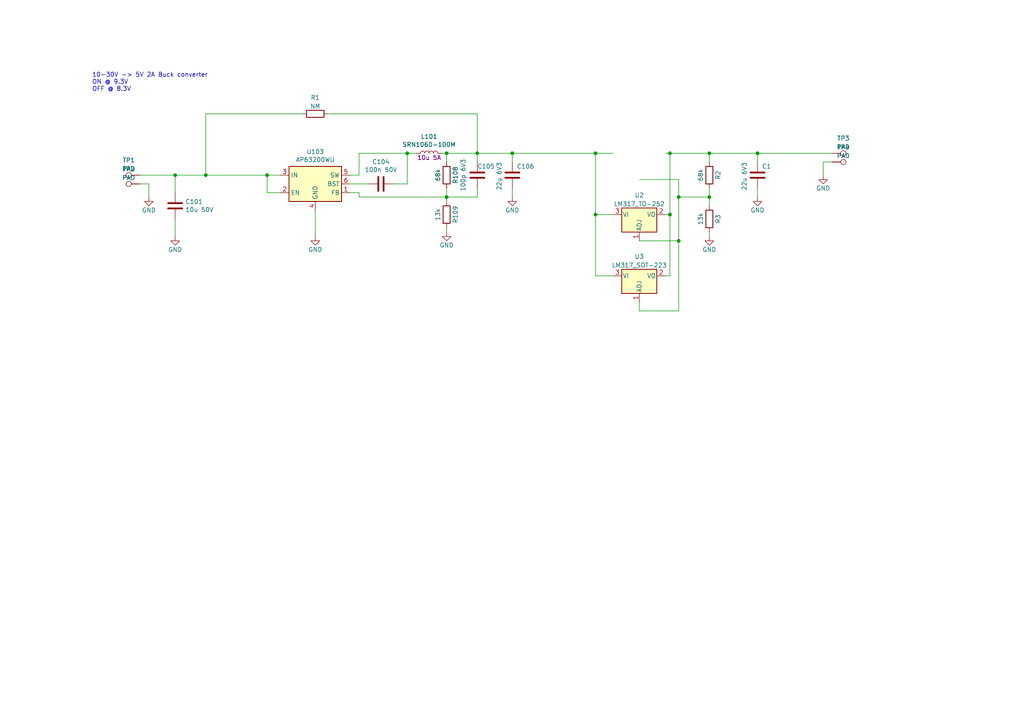
<source format=kicad_sch>
(kicad_sch (version 20211123) (generator eeschema)
  (paper "A4")
  (lib_symbols
    (symbol "Connector:TestPoint" (pin_numbers hide) (pin_names (offset 0.762) hide)
      (property "Reference" "TP" (at 0 6.858 0))
      (property "Value" "TestPoint" (at 0 5.08 0))
      (symbol "TestPoint_0_1"
        (circle (center 0 3.302) (radius 0.762))
      )
      (symbol "TestPoint_1_1"
        (pin passive line (at 0 0 90) (length 2.54) (name "1") (number "1"))
      )
    )
    (symbol "Device:C" (pin_numbers hide) (pin_names (offset 0.254))
      (property "Reference" "C" (at 0.635 2.54 0))
      (property "Value" "C" (at 0.635 -2.54 0))
      (symbol "C_0_1"
        (polyline (pts (xy -2.032 -0.762) (xy 2.032 -0.762)) (stroke (width 0.508)))
        (polyline (pts (xy -2.032 0.762) (xy 2.032 0.762)) (stroke (width 0.508)))
      )
      (symbol "C_1_1"
        (pin passive line (at 0 3.81 270) (length 2.794) (name "~") (number "1"))
        (pin passive line (at 0 -3.81 90) (length 2.794) (name "~") (number "2"))
      )
    )
    (symbol "Device:L" (pin_numbers hide) (pin_names (offset 1.016) hide)
      (property "Reference" "L" (at -1.27 0 90))
      (property "Value" "L" (at 1.905 0 90))
      (symbol "L_0_1"
        (arc (start 0 -2.54) (mid 0.635 -1.905) (end 0 -1.27))
        (arc (start 0 -1.27) (mid 0.635 -0.635) (end 0 0))
        (arc (start 0 0) (mid 0.635 0.635) (end 0 1.27))
        (arc (start 0 1.27) (mid 0.635 1.905) (end 0 2.54))
      )
      (symbol "L_1_1"
        (pin passive line (at 0 3.81 270) (length 1.27) (name "1") (number "1"))
        (pin passive line (at 0 -3.81 90) (length 1.27) (name "2") (number "2"))
      )
    )
    (symbol "Device:R" (pin_numbers hide) (pin_names (offset 0))
      (property "Reference" "R" (at 2.032 0 90))
      (property "Value" "R" (at 0 0 90))
      (symbol "R_0_1"
        (rectangle (start -1.016 -2.54) (end 1.016 2.54) (stroke (width 0.254)))
      )
      (symbol "R_1_1"
        (pin passive line (at 0 3.81 270) (length 1.27) (name "~") (number "1"))
        (pin passive line (at 0 -3.81 90) (length 1.27) (name "~") (number "2"))
      )
    )
    (symbol "Regulator_Linear:LM317_SOT-223" (pin_names (offset 0.254))
      (property "Reference" "U" (at -3.81 3.175 0))
      (property "Value" "LM317_SOT-223" (at 0 3.175 0))
      (symbol "LM317_SOT-223_0_1"
        (rectangle (start -5.08 1.905) (end 5.08 -5.08) (stroke (width 0.254)) (fill (type background)))
      )
      (symbol "LM317_SOT-223_1_1"
        (pin input line (at 0 -7.62 90) (length 2.54) (name "ADJ") (number "1"))
        (pin power_out line (at 7.62 0 180) (length 2.54) (name "VO") (number "2"))
        (pin power_in line (at -7.62 0 0) (length 2.54) (name "VI") (number "3"))
      )
    )
    (symbol "Regulator_Linear:LM317_TO-252" (pin_names (offset 0.254))
      (property "Reference" "U" (at -3.81 3.175 0))
      (property "Value" "LM317_TO-252" (at 0 3.175 0))
      (symbol "LM317_TO-252_0_1"
        (rectangle (start -5.08 1.905) (end 5.08 -5.08) (stroke (width 0.254)) (fill (type background)))
      )
      (symbol "LM317_TO-252_1_1"
        (pin input line (at 0 -7.62 90) (length 2.54) (name "ADJ") (number "1"))
        (pin power_out line (at 7.62 0 180) (length 2.54) (name "VO") (number "2"))
        (pin power_in line (at -7.62 0 0) (length 2.54) (name "VI") (number "3"))
      )
    )
    (symbol "Regulator_Switching:AP63200WU"
      (property "Reference" "U" (at -7.62 6.35 0))
      (property "Value" "AP63200WU" (at 2.54 6.35 0))
      (symbol "AP63200WU_0_1"
        (rectangle (start -7.62 5.08) (end 7.62 -5.08) (stroke (width 0.254)) (fill (type background)))
      )
      (symbol "AP63200WU_1_1"
        (pin input line (at 10.16 -2.54 180) (length 2.54) (name "FB") (number "1"))
        (pin input line (at -10.16 -2.54 0) (length 2.54) (name "EN") (number "2"))
        (pin power_in line (at -10.16 2.54 0) (length 2.54) (name "IN") (number "3"))
        (pin power_in line (at 0 -7.62 90) (length 2.54) (name "GND") (number "4"))
        (pin output line (at 10.16 2.54 180) (length 2.54) (name "SW") (number "5"))
        (pin passive line (at 10.16 0 180) (length 2.54) (name "BST") (number "6"))
      )
    )
    (symbol "power:GND" (power) (pin_names (offset 0))
      (property "Value" "GND" (at 0 -3.81 0))
      (symbol "GND_0_1"
        (polyline (pts (xy 0 0) (xy 0 -1.27) (xy 1.27 -1.27) (xy 0 -2.54) (xy -1.27 -1.27) (xy 0 -1.27)))
      )
      (symbol "GND_1_1"
        (pin power_in line (at 0 0 270) (length 0) hide (name "GND") (number "1"))
      )
    )
  )
  (junction (at 50.8 50.8))
  (junction (at 129.54 44.45))
  (junction (at 172.72 62.23))
  (junction (at 196.85 57.15))
  (junction (at 194.31 62.23))
  (junction (at 129.54 57.15))
  (junction (at 194.31 44.45))
  (junction (at 196.85 69.85))
  (junction (at 77.47 50.8))
  (junction (at 148.59 44.45))
  (junction (at 205.74 57.15))
  (junction (at 172.72 44.45))
  (junction (at 138.43 44.45))
  (junction (at 205.74 44.45))
  (junction (at 219.71 44.45))
  (junction (at 118.11 44.45))
  (junction (at 59.69 50.8))
  (wire (pts (xy 106.68 53.34) (xy 101.6 53.34)))
  (wire (pts (xy 104.14 55.88) (xy 104.14 57.15)))
  (wire (pts (xy 118.11 53.34) (xy 114.3 53.34)))
  (wire (pts (xy 193.04 80.01) (xy 194.31 80.01)))
  (wire (pts (xy 205.74 68.58) (xy 205.74 67.31)))
  (wire (pts (xy 59.69 50.8) (xy 77.47 50.8)))
  (wire (pts (xy 50.8 50.8) (xy 59.69 50.8)))
  (wire (pts (xy 120.65 44.45) (xy 118.11 44.45)))
  (wire (pts (xy 241.3 46.99) (xy 238.76 46.99)))
  (wire (pts (xy 185.42 69.85) (xy 196.85 69.85)))
  (wire (pts (xy 177.8 62.23) (xy 172.72 62.23)))
  (wire (pts (xy 196.85 69.85) (xy 196.85 90.17)))
  (wire (pts (xy 104.14 50.8) (xy 104.14 44.45)))
  (wire (pts (xy 193.04 44.45) (xy 194.31 44.45)))
  (wire (pts (xy 196.85 90.17) (xy 185.42 90.17)))
  (wire (pts (xy 59.69 33.02) (xy 59.69 50.8)))
  (wire (pts (xy 148.59 44.45) (xy 172.72 44.45)))
  (wire (pts (xy 196.85 57.15) (xy 196.85 69.85)))
  (wire (pts (xy 40.64 50.8) (xy 50.8 50.8)))
  (wire (pts (xy 138.43 33.02) (xy 138.43 44.45)))
  (wire (pts (xy 219.71 44.45) (xy 241.3 44.45)))
  (wire (pts (xy 193.04 62.23) (xy 194.31 62.23)))
  (wire (pts (xy 81.28 55.88) (xy 77.47 55.88)))
  (wire (pts (xy 104.14 57.15) (xy 129.54 57.15)))
  (wire (pts (xy 95.25 33.02) (xy 138.43 33.02)))
  (wire (pts (xy 40.64 53.34) (xy 43.18 53.34)))
  (wire (pts (xy 43.18 53.34) (xy 43.18 57.15)))
  (wire (pts (xy 129.54 67.31) (xy 129.54 66.04)))
  (wire (pts (xy 148.59 57.15) (xy 148.59 54.61)))
  (wire (pts (xy 138.43 57.15) (xy 129.54 57.15)))
  (wire (pts (xy 104.14 55.88) (xy 101.6 55.88)))
  (wire (pts (xy 129.54 58.42) (xy 129.54 57.15)))
  (wire (pts (xy 129.54 46.99) (xy 129.54 44.45)))
  (wire (pts (xy 219.71 44.45) (xy 219.71 46.99)))
  (wire (pts (xy 177.8 80.01) (xy 172.72 80.01)))
  (wire (pts (xy 205.74 44.45) (xy 219.71 44.45)))
  (wire (pts (xy 87.63 33.02) (xy 59.69 33.02)))
  (wire (pts (xy 138.43 44.45) (xy 138.43 46.99)))
  (wire (pts (xy 238.76 46.99) (xy 238.76 50.8)))
  (wire (pts (xy 104.14 44.45) (xy 118.11 44.45)))
  (wire (pts (xy 77.47 55.88) (xy 77.47 50.8)))
  (wire (pts (xy 205.74 57.15) (xy 205.74 59.69)))
  (wire (pts (xy 91.44 60.96) (xy 91.44 68.58)))
  (wire (pts (xy 148.59 44.45) (xy 148.59 46.99)))
  (wire (pts (xy 50.8 55.88) (xy 50.8 50.8)))
  (wire (pts (xy 194.31 62.23) (xy 194.31 44.45)))
  (wire (pts (xy 129.54 44.45) (xy 128.27 44.45)))
  (wire (pts (xy 194.31 44.45) (xy 205.74 44.45)))
  (wire (pts (xy 172.72 62.23) (xy 172.72 44.45)))
  (wire (pts (xy 101.6 50.8) (xy 104.14 50.8)))
  (wire (pts (xy 205.74 54.61) (xy 205.74 57.15)))
  (wire (pts (xy 172.72 44.45) (xy 177.8 44.45)))
  (wire (pts (xy 205.74 46.99) (xy 205.74 44.45)))
  (wire (pts (xy 138.43 54.61) (xy 138.43 57.15)))
  (wire (pts (xy 77.47 50.8) (xy 81.28 50.8)))
  (wire (pts (xy 138.43 44.45) (xy 148.59 44.45)))
  (wire (pts (xy 50.8 63.5) (xy 50.8 68.58)))
  (wire (pts (xy 219.71 57.15) (xy 219.71 54.61)))
  (wire (pts (xy 196.85 57.15) (xy 205.74 57.15)))
  (wire (pts (xy 118.11 44.45) (xy 118.11 53.34)))
  (wire (pts (xy 196.85 52.07) (xy 196.85 57.15)))
  (wire (pts (xy 172.72 80.01) (xy 172.72 62.23)))
  (wire (pts (xy 129.54 57.15) (xy 129.54 54.61)))
  (wire (pts (xy 194.31 80.01) (xy 194.31 62.23)))
  (wire (pts (xy 185.42 90.17) (xy 185.42 87.63)))
  (wire (pts (xy 185.42 52.07) (xy 196.85 52.07)))
  (wire (pts (xy 129.54 44.45) (xy 138.43 44.45)))
  (text "10-30V -> 5V 2A Buck converter\nON @ 9.3V\nOFF @ 8.3V" (at 26.67 26.67 0) (effects (font (size 1.27 1.27)) (justify left bottom)))
  (symbol (lib_id "Regulator_Switching:AP63200WU") (at 91.44 53.34 0) (unit 1)
    (property "Reference" "U103" (at 91.44 44.0182 0))
    (property "Value" "AP63200WU" (at 91.44 46.3296 0))
    (property "Footprint" "Package_TO_SOT_SMD:TSOT-23-6" (effects hide))
    (property "Datasheet" "https://www.diodes.com/assets/Datasheets/AP63200-AP63201-AP63203-AP63205.pdf" (effects hide))
  )
  (symbol (lib_id "power:GND") (at 91.44 68.58 0) (unit 1)
    (property "Reference" "#PWR0117" (effects hide))
    (property "Value" "GND" (at 91.44 72.39 0))
  )
  (symbol (lib_id "Device:C") (at 50.8 59.69 0) (mirror y) (unit 1)
    (property "Reference" "C101" (at 53.721 58.5216 0) (effects (justify right)))
    (property "Value" "10u 50V" (at 53.721 60.833 0) (effects (justify right)))
    (property "Footprint" "Capacitor_SMD:C_1206_3216Metric" (effects hide))
  )
  (symbol (lib_id "power:GND") (at 50.8 68.58 0) (unit 1)
    (property "Reference" "#PWR0103" (effects hide))
    (property "Value" "GND" (at 50.8 72.39 0))
  )
  (symbol (lib_id "Device:C") (at 110.49 53.34 270) (unit 1)
    (property "Reference" "C104" (at 110.49 46.9392 90))
    (property "Value" "100n 50V" (at 110.49 49.2506 90))
    (property "Footprint" "Capacitor_SMD:C_0603_1608Metric" (effects hide))
  )
  (symbol (lib_id "Device:L") (at 124.46 44.45 90) (unit 1)
    (property "Reference" "L101" (at 124.46 39.624 90))
    (property "Value" "SRN1060-100M" (at 124.46 41.9354 90))
    (property "Footprint" "Inductor_SMD:L_Bourns-SRN1060" (effects hide))
    (property "Datasheet" "10u 5A" (at 124.46 45.72 90))
  )
  (symbol (lib_id "Device:C") (at 148.59 50.8 0) (mirror y) (unit 1)
    (property "Reference" "C106" (at 149.86 48.26 0) (effects (justify right)))
    (property "Value" "22u 6V3" (at 144.78 46.99 90) (effects (justify right)))
    (property "Footprint" "Capacitor_SMD:C_1206_3216Metric" (effects hide))
  )
  (symbol (lib_id "power:GND") (at 148.59 57.15 0) (unit 1)
    (property "Reference" "#PWR0119" (effects hide))
    (property "Value" "GND" (at 148.59 60.96 0))
  )
  (symbol (lib_id "Device:R") (at 129.54 50.8 180) (unit 1)
    (property "Reference" "R108" (at 132.08 50.8 90))
    (property "Value" "68k" (at 127 50.8 90))
    (property "Footprint" "Resistor_SMD:R_0603_1608Metric" (effects hide))
  )
  (symbol (lib_id "Device:R") (at 129.54 62.23 180) (unit 1)
    (property "Reference" "R109" (at 132.08 62.23 90))
    (property "Value" "13k" (at 127 62.23 90))
    (property "Footprint" "Resistor_SMD:R_0603_1608Metric" (effects hide))
  )
  (symbol (lib_id "power:GND") (at 129.54 67.31 0) (unit 1)
    (property "Reference" "#PWR0118" (effects hide))
    (property "Value" "GND" (at 129.54 71.12 0))
  )
  (symbol (lib_id "Device:C") (at 138.43 50.8 0) (unit 1)
    (property "Reference" "C105" (at 140.97 48.26 0))
    (property "Value" "100p 6V3" (at 134.3406 50.8 90))
    (property "Footprint" "Capacitor_SMD:C_0603_1608Metric" (effects hide))
  )
  (symbol (lib_id "Regulator_Linear:LM317_TO-252") (at 185.42 62.23 0) (unit 1)
    (property "Reference" "U2" (at 185.42 56.6252 0))
    (property "Value" "LM317_TO-252" (at 185.42 59.1621 0))
    (property "Footprint" "Package_TO_SOT_SMD:TO-252-2" (effects hide))
    (property "Datasheet" "http://www.ti.com/lit/ds/snvs774n/snvs774n.pdf" (effects hide))
  )
  (symbol (lib_id "power:GND") (at 238.76 50.8 0) (mirror y) (unit 1)
    (property "Reference" "#PWR05" (effects hide))
    (property "Value" "GND" (at 238.76 54.61 0))
  )
  (symbol (lib_id "Regulator_Linear:LM317_SOT-223") (at 185.42 80.01 0) (unit 1)
    (property "Reference" "U3" (at 185.42 74.4052 0))
    (property "Value" "LM317_SOT-223" (at 185.42 76.9421 0))
    (property "Footprint" "Package_TO_SOT_SMD:SOT-223-3_TabPin2" (effects hide))
    (property "Datasheet" "http://www.ti.com/lit/ds/symlink/lm317.pdf" (effects hide))
  )
  (symbol (lib_id "Device:R") (at 205.74 63.5 180) (unit 1)
    (property "Reference" "R3" (at 208.28 63.5 90))
    (property "Value" "13k" (at 203.2 63.5 90))
    (property "Footprint" "Resistor_SMD:R_0603_1608Metric" (effects hide))
  )
  (symbol (lib_id "power:GND") (at 205.74 68.58 0) (unit 1)
    (property "Reference" "#PWR02" (effects hide))
    (property "Value" "GND" (at 205.74 72.39 0))
  )
  (symbol (lib_id "Connector:TestPoint") (at 40.64 50.8 90) (unit 1)
    (property "Reference" "TP1" (at 37.338 46.4652 90))
    (property "Value" "PAD" (at 37.338 49.0021 90))
    (property "Footprint" "TestPoint:TestPoint_Pad_4.0x4.0mm" (effects hide))
  )
  (symbol (lib_id "Connector:TestPoint") (at 241.3 44.45 270) (mirror x) (unit 1)
    (property "Reference" "TP3" (at 244.602 40.1152 90))
    (property "Value" "PAD" (at 244.602 42.6521 90))
    (property "Footprint" "TestPoint:TestPoint_Pad_4.0x4.0mm" (effects hide))
  )
  (symbol (lib_id "Connector:TestPoint") (at 40.64 53.34 90) (unit 1)
    (property "Reference" "TP2" (at 37.338 49.0052 90))
    (property "Value" "PAD" (at 37.338 51.5421 90))
    (property "Footprint" "TestPoint:TestPoint_Pad_4.0x4.0mm" (effects hide))
  )
  (symbol (lib_id "Connector:TestPoint") (at 241.3 46.99 270) (mirror x) (unit 1)
    (property "Reference" "TP4" (at 244.602 42.6552 90))
    (property "Value" "PAD" (at 244.602 45.1921 90))
    (property "Footprint" "TestPoint:TestPoint_Pad_4.0x4.0mm" (effects hide))
  )
  (symbol (lib_id "Device:C") (at 219.71 50.8 0) (mirror y) (unit 1)
    (property "Reference" "C1" (at 220.98 48.26 0) (effects (justify right)))
    (property "Value" "22u 6V3" (at 215.9 46.99 90) (effects (justify right)))
    (property "Footprint" "Capacitor_SMD:C_1206_3216Metric" (effects hide))
  )
  (symbol (lib_id "Device:R") (at 205.74 50.8 180) (unit 1)
    (property "Reference" "R2" (at 208.28 50.8 90))
    (property "Value" "68k" (at 203.2 50.8 90))
    (property "Footprint" "Resistor_SMD:R_0603_1608Metric" (effects hide))
  )
  (symbol (lib_id "power:GND") (at 43.18 57.15 0) (unit 1)
    (property "Reference" "#PWR01" (effects hide))
    (property "Value" "GND" (at 43.18 60.96 0))
  )
  (symbol (lib_id "Device:R") (at 91.44 33.02 90) (unit 1)
    (property "Reference" "R1" (at 91.44 28.3042 90))
    (property "Value" "NM" (at 91.44 30.8411 90))
    (property "Footprint" "Resistor_SMD:R_1206_3216Metric" (effects hide))
  )
  (symbol (lib_id "power:GND") (at 219.71 57.15 0) (unit 1)
    (property "Reference" "#PWR03" (effects hide))
    (property "Value" "GND" (at 219.71 60.96 0))
  )
)
</source>
